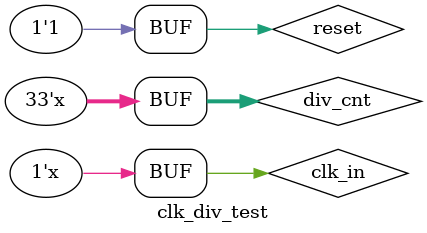
<source format=v>
`timescale 1ns/1ps

module clk_div_test;
    reg       clk_in;
    wire      clk_out;
    reg       reset;
    reg [32:0]div_cnt;

    // Reset
    initial begin
        reset   <= 1'b0;
        div_cnt <= 32'h00000000;
        clk_in  <= 1'b0;
        #100
        reset   <= 1'b1;
        div_cnt <= 32'h00000001;
    end

    // Generate input clock
    always #5 begin
        clk_in <= ~clk_in;
    end

    // Counter increment
    always #500 begin
        div_cnt <= div_cnt + 5;
    end

    // Module instantiation
    clock_divider dut_clk_div(
        .src_clk(clk_in),
        .reset(reset),
        .clock_out(clk_out),
        .clk_div(div_cnt)
    );
endmodule

</source>
